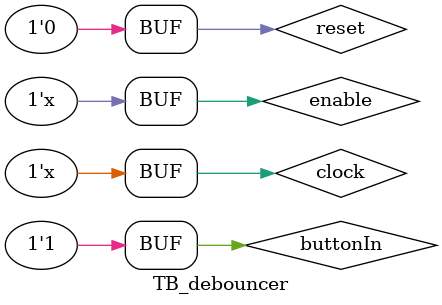
<source format=v>
`timescale 1ns / 1ps


module TB_debouncer;
    
    reg clock = 0;
    reg enable = 0;
    reg reset = 0;
    reg buttonIn = 0;
    wire buttonOut;
    
    debouncer UUT(
        .in_clock(clock),
        .in_enable(enable), // Should be an lower freq clock.
        .in_reset(reset),
        .in_buttonIn(buttonIn),
        .out_buttonOut(buttonOut));
        
    always begin 
       #1 clock = ~clock; 
    end
    
    always begin
       #4 enable = ~enable;
    end
    
    initial begin
        #5 buttonIn = 1;
        #2 buttonIn = 0;
        #3 buttonIn = 1;
        #6 buttonIn = 0;
        #2 buttonIn = 1;
    end

endmodule

</source>
